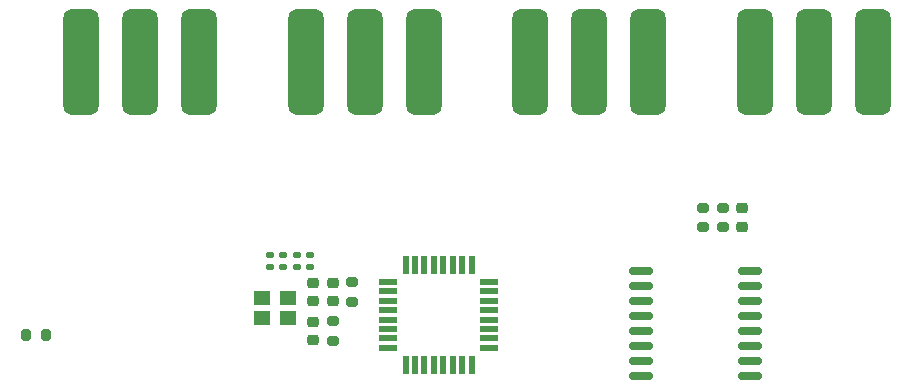
<source format=gbr>
%TF.GenerationSoftware,KiCad,Pcbnew,(6.0.0)*%
%TF.CreationDate,2023-02-05T23:26:26-08:00*%
%TF.ProjectId,digital_clock_v2,64696769-7461-46c5-9f63-6c6f636b5f76,rev?*%
%TF.SameCoordinates,Original*%
%TF.FileFunction,Paste,Top*%
%TF.FilePolarity,Positive*%
%FSLAX46Y46*%
G04 Gerber Fmt 4.6, Leading zero omitted, Abs format (unit mm)*
G04 Created by KiCad (PCBNEW (6.0.0)) date 2023-02-05 23:26:26*
%MOMM*%
%LPD*%
G01*
G04 APERTURE LIST*
G04 Aperture macros list*
%AMRoundRect*
0 Rectangle with rounded corners*
0 $1 Rounding radius*
0 $2 $3 $4 $5 $6 $7 $8 $9 X,Y pos of 4 corners*
0 Add a 4 corners polygon primitive as box body*
4,1,4,$2,$3,$4,$5,$6,$7,$8,$9,$2,$3,0*
0 Add four circle primitives for the rounded corners*
1,1,$1+$1,$2,$3*
1,1,$1+$1,$4,$5*
1,1,$1+$1,$6,$7*
1,1,$1+$1,$8,$9*
0 Add four rect primitives between the rounded corners*
20,1,$1+$1,$2,$3,$4,$5,0*
20,1,$1+$1,$4,$5,$6,$7,0*
20,1,$1+$1,$6,$7,$8,$9,0*
20,1,$1+$1,$8,$9,$2,$3,0*%
G04 Aperture macros list end*
%ADD10RoundRect,0.200000X-0.275000X0.200000X-0.275000X-0.200000X0.275000X-0.200000X0.275000X0.200000X0*%
%ADD11RoundRect,0.135000X-0.185000X0.135000X-0.185000X-0.135000X0.185000X-0.135000X0.185000X0.135000X0*%
%ADD12RoundRect,0.225000X0.250000X-0.225000X0.250000X0.225000X-0.250000X0.225000X-0.250000X-0.225000X0*%
%ADD13RoundRect,0.750000X-0.750000X-3.750000X0.750000X-3.750000X0.750000X3.750000X-0.750000X3.750000X0*%
%ADD14RoundRect,0.150000X-0.875000X-0.150000X0.875000X-0.150000X0.875000X0.150000X-0.875000X0.150000X0*%
%ADD15RoundRect,0.200000X-0.200000X-0.275000X0.200000X-0.275000X0.200000X0.275000X-0.200000X0.275000X0*%
%ADD16RoundRect,0.225000X-0.250000X0.225000X-0.250000X-0.225000X0.250000X-0.225000X0.250000X0.225000X0*%
%ADD17R,1.400000X1.200000*%
%ADD18R,1.600000X0.550000*%
%ADD19R,0.550000X1.600000*%
G04 APERTURE END LIST*
D10*
%TO.C,R4*%
X67310000Y-39175000D03*
X67310000Y-40825000D03*
%TD*%
D11*
%TO.C,R9*%
X30099000Y-43163000D03*
X30099000Y-44183000D03*
%TD*%
D12*
%TO.C,C7*%
X32639000Y-50404000D03*
X32639000Y-48854000D03*
%TD*%
D13*
%TO.C,S8*%
X80000000Y-26845000D03*
X75000000Y-26845000D03*
X70000000Y-26845000D03*
%TD*%
D14*
%TO.C,U1*%
X60350000Y-44555000D03*
X60350000Y-45825000D03*
X60350000Y-47095000D03*
X60350000Y-48365000D03*
X60350000Y-49635000D03*
X60350000Y-50905000D03*
X60350000Y-52175000D03*
X60350000Y-53445000D03*
X69650000Y-53445000D03*
X69650000Y-52175000D03*
X69650000Y-50905000D03*
X69650000Y-49635000D03*
X69650000Y-48365000D03*
X69650000Y-47095000D03*
X69650000Y-45825000D03*
X69650000Y-44555000D03*
%TD*%
D10*
%TO.C,R5*%
X35941000Y-45502000D03*
X35941000Y-47152000D03*
%TD*%
D12*
%TO.C,C6*%
X32639000Y-47102000D03*
X32639000Y-45552000D03*
%TD*%
D15*
%TO.C,R1*%
X8350000Y-50000000D03*
X10000000Y-50000000D03*
%TD*%
D11*
%TO.C,R8*%
X31242000Y-43163000D03*
X31242000Y-44183000D03*
%TD*%
D13*
%TO.C,S5*%
X23000000Y-26845000D03*
X18000000Y-26845000D03*
X13000000Y-26845000D03*
%TD*%
D11*
%TO.C,R7*%
X32385000Y-43163000D03*
X32385000Y-44183000D03*
%TD*%
D10*
%TO.C,R2*%
X34290000Y-48804000D03*
X34290000Y-50454000D03*
%TD*%
D13*
%TO.C,S7*%
X51000000Y-26845000D03*
X56000000Y-26845000D03*
X61000000Y-26845000D03*
%TD*%
D16*
%TO.C,C5*%
X34290000Y-45552000D03*
X34290000Y-47102000D03*
%TD*%
D17*
%TO.C,Y1*%
X28307200Y-48546000D03*
X30507200Y-48546000D03*
X30507200Y-46846000D03*
X28307200Y-46846000D03*
%TD*%
D10*
%TO.C,R3*%
X65659000Y-39175000D03*
X65659000Y-40825000D03*
%TD*%
D13*
%TO.C,S6*%
X32000000Y-26845000D03*
X37000000Y-26845000D03*
X42000000Y-26845000D03*
%TD*%
D18*
%TO.C,U4*%
X39000000Y-45450000D03*
X39000000Y-46250000D03*
X39000000Y-47050000D03*
X39000000Y-47850000D03*
X39000000Y-48650000D03*
X39000000Y-49450000D03*
X39000000Y-50250000D03*
X39000000Y-51050000D03*
D19*
X40450000Y-52500000D03*
X41250000Y-52500000D03*
X42050000Y-52500000D03*
X42850000Y-52500000D03*
X43650000Y-52500000D03*
X44450000Y-52500000D03*
X45250000Y-52500000D03*
X46050000Y-52500000D03*
D18*
X47500000Y-51050000D03*
X47500000Y-50250000D03*
X47500000Y-49450000D03*
X47500000Y-48650000D03*
X47500000Y-47850000D03*
X47500000Y-47050000D03*
X47500000Y-46250000D03*
X47500000Y-45450000D03*
D19*
X46050000Y-44000000D03*
X45250000Y-44000000D03*
X44450000Y-44000000D03*
X43650000Y-44000000D03*
X42850000Y-44000000D03*
X42050000Y-44000000D03*
X41250000Y-44000000D03*
X40450000Y-44000000D03*
%TD*%
D12*
%TO.C,C1*%
X68961000Y-40775000D03*
X68961000Y-39225000D03*
%TD*%
D11*
%TO.C,R6*%
X28956000Y-43163000D03*
X28956000Y-44183000D03*
%TD*%
M02*

</source>
